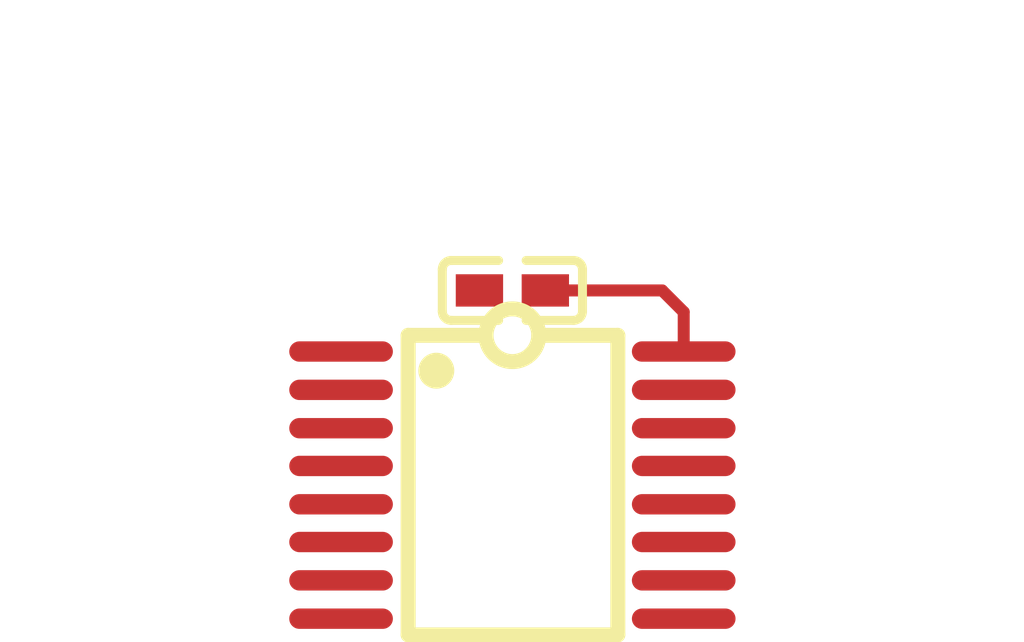
<source format=kicad_pcb>
(kicad_pcb (version 20241229) (generator "pcbnew") (generator_version "9.0")
  (layers (0 "F.Cu" signal) (2 "B.Cu" signal) (13 "F.Paste" user) (15 "B.Paste" user) (5 "F.SilkS" user "F.Silkscreen") (7 "B.SilkS" user "B.Silkscreen") (1 "F.Mask" user) (3 "B.Mask" user) (25 "Edge.Cuts" user))
  (net 0 "")
  (net 1 "net")
  (net 2 "S0")
  (net 3 "b[0]")
  (net 4 "b[4]")
  (net 5 "a")
  (net 6 "b[6]")
  (net 7 "VCC")
  (net 8 "gnd")
  (net 9 "S2")
  (net 10 "b[1]")
  (net 11 "b[3]")
  (net 12 "b[5]")
  (net 13 "b[7]")
  (net 14 "b[2]")
  (net 15 "S1")
  (net 16 "nOE")
  (footprint "Texas_Instruments_SN74CB3Q3251PWR:TSSOP-16_L5.0-W4.4-P0.64-LS6.4-BL" (layer "F.Cu") (at 0 0 -90)
    (property "Reference" "U1" (hide yes))
    (property "Value" "")
    (fp_line (start -2.5 1.74) (end 2.5 1.74) (stroke (width 0.25)) (layer "F.SilkS"))
    (fp_line (start -2.5 0.44) (end -2.5 1.74) (stroke (width 0.25)) (layer "F.SilkS"))
    (fp_line (start -2.5 -0.44) (end -2.5 -1.76) (stroke (width 0.25)) (layer "F.SilkS"))
    (fp_line (start -2.5 -1.76) (end 2.5 -1.76) (stroke (width 0.25)) (layer "F.SilkS"))
    (fp_line (start 2.5 -1.76) (end 2.5 1.74) (stroke (width 0.25)) (layer "F.SilkS"))
    (fp_arc (start -2.492321 -0.439933) (mid -2.503838 0.439983) (end -2.5 -0.44) (stroke (width 0.25)) (layer "F.SilkS"))
    (fp_circle (center -1.91 1.27) (end -1.76 1.27) (stroke (width 0.3)) (fill no) (layer "F.SilkS"))
    (pad "1" smd oval (at -2.23 2.86 270) (size 0.34 1.73) (layers "F.Cu" "F.Mask" "F.Paste") (net 11 "b[3]"))
    (pad "2" smd oval (at -1.59 2.86 270) (size 0.34 1.73) (layers "F.Cu" "F.Mask" "F.Paste") (net 14 "b[2]"))
    (pad "3" smd oval (at -0.95 2.86 270) (size 0.34 1.73) (layers "F.Cu" "F.Mask" "F.Paste") (net 10 "b[1]"))
    (pad "4" smd oval (at -0.32 2.86 270) (size 0.34 1.73) (layers "F.Cu" "F.Mask" "F.Paste") (net 3 "b[0]"))
    (pad "5" smd oval (at 0.32 2.86 270) (size 0.34 1.73) (layers "F.Cu" "F.Mask" "F.Paste") (net 5 "a"))
    (pad "6" smd oval (at 0.95 2.86 270) (size 0.34 1.73) (layers "F.Cu" "F.Mask" "F.Paste") (net 1 "net"))
    (pad "7" smd oval (at 1.59 2.86 270) (size 0.34 1.73) (layers "F.Cu" "F.Mask" "F.Paste") (net 16 "nOE"))
    (pad "8" smd oval (at 2.23 2.86 270) (size 0.34 1.73) (layers "F.Cu" "F.Mask" "F.Paste") (net 8 "gnd"))
    (pad "9" smd oval (at 2.23 -2.86 270) (size 0.34 1.73) (layers "F.Cu" "F.Mask" "F.Paste") (net 9 "S2"))
    (pad "10" smd oval (at 1.59 -2.86 270) (size 0.34 1.73) (layers "F.Cu" "F.Mask" "F.Paste") (net 15 "S1"))
    (pad "11" smd oval (at 0.95 -2.86 270) (size 0.34 1.73) (layers "F.Cu" "F.Mask" "F.Paste") (net 2 "S0"))
    (pad "12" smd oval (at 0.32 -2.86 270) (size 0.34 1.73) (layers "F.Cu" "F.Mask" "F.Paste") (net 13 "b[7]"))
    (pad "13" smd oval (at -0.32 -2.86 270) (size 0.34 1.73) (layers "F.Cu" "F.Mask" "F.Paste") (net 6 "b[6]"))
    (pad "14" smd oval (at -0.95 -2.86 270) (size 0.34 1.73) (layers "F.Cu" "F.Mask" "F.Paste") (net 12 "b[5]"))
    (pad "15" smd oval (at -1.59 -2.86 270) (size 0.34 1.73) (layers "F.Cu" "F.Mask" "F.Paste") (net 4 "b[4]"))
    (pad "16" smd oval (at -2.23 -2.86 270) (size 0.34 1.73) (layers "F.Cu" "F.Mask" "F.Paste") (net 7 "VCC"))
  )
  (footprint "Samsung_Electro_Mechanics_CL05B104KO5NNNC:C0402" (layer "F.Cu") (at 0 -3.25 180)
    (property "Reference" "C1" (hide yes))
    (property "Value" "100nF ±10% 16V X7R")
    (fp_line (start 1.17 0.35) (end 1.17 -0.35) (stroke (width 0.15)) (layer "F.SilkS"))
    (fp_line (start 1.02 -0.5) (end 0.23 -0.5) (stroke (width 0.15)) (layer "F.SilkS"))
    (fp_line (start 0.23 0.5) (end 1.02 0.5) (stroke (width 0.15)) (layer "F.SilkS"))
    (fp_line (start -0.23 0.5) (end -1.02 0.5) (stroke (width 0.15)) (layer "F.SilkS"))
    (fp_line (start -1.02 -0.5) (end -0.23 -0.5) (stroke (width 0.15)) (layer "F.SilkS"))
    (fp_line (start -1.17 0.35) (end -1.17 -0.35) (stroke (width 0.15)) (layer "F.SilkS"))
    (fp_arc (start 1.17 0.35) (mid 1.126066 0.456066) (end 1.02 0.5) (stroke (width 0.15)) (layer "F.SilkS"))
    (fp_arc (start 1.02 -0.5) (mid 1.126066 -0.456066) (end 1.17 -0.35) (stroke (width 0.15)) (layer "F.SilkS"))
    (fp_arc (start -1.02 0.5) (mid -1.126066 0.456066) (end -1.17 0.35) (stroke (width 0.15)) (layer "F.SilkS"))
    (fp_arc (start -1.17 -0.35) (mid -1.126066 -0.456066) (end -1.02 -0.5) (stroke (width 0.15)) (layer "F.SilkS"))
    (pad "1" smd rect (at -0.55 0 180) (size 0.79 0.54) (layers "F.Cu" "F.Mask" "F.Paste") (net 7 "VCC"))
    (pad "2" smd rect (at 0.55 0 180) (size 0.79 0.54) (layers "F.Cu" "F.Mask" "F.Paste") (net 8 "gnd"))
  )
  (segment (start 2.86 -2.89) (end 2.86 -2.23) (width 0.2) (layer "F.Cu") (net 7))
  (segment (start 2.5 -3.25) (end 2.86 -2.89) (width 0.2) (layer "F.Cu") (net 7))
  (segment (start 0.55 -3.25) (end 2.5 -3.25) (width 0.2) (layer "F.Cu") (net 7))
)
</source>
